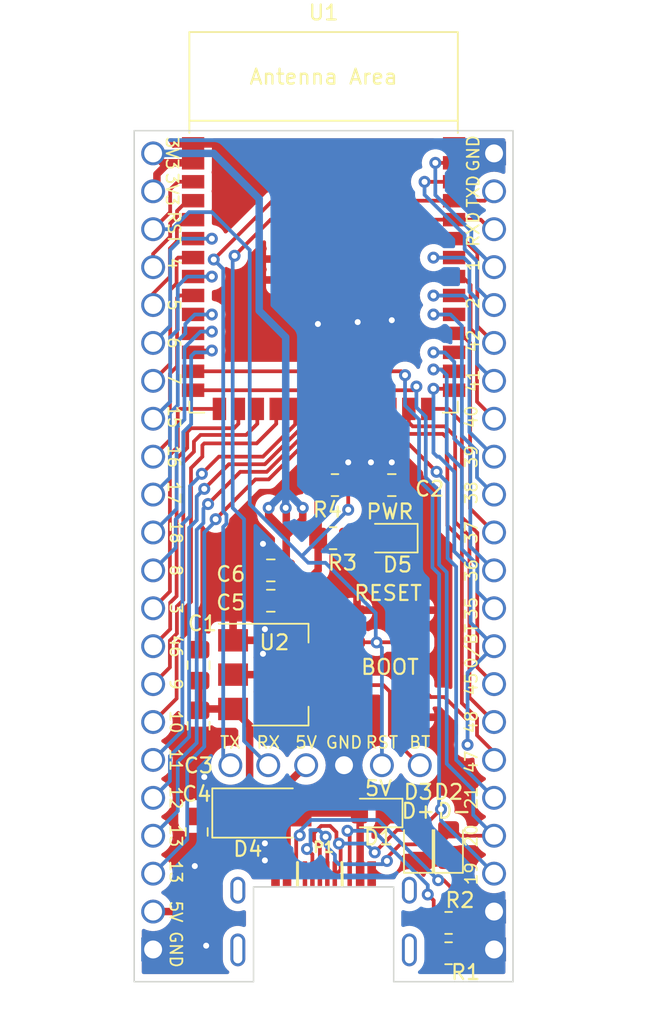
<source format=kicad_pcb>
(kicad_pcb (version 20211014) (generator pcbnew)
  (layers (0 "F.Cu" signal) (31 "B.Cu" signal) (34 "B.Paste" user) (35 "F.Paste" user) (36 "B.SilkS" user "B.Silkscreen") (37 "F.SilkS" user "F.Silkscreen") (38 "B.Mask" user) (39 "F.Mask" user) (44 "Edge.Cuts" user))
  (net 0 "")
  (net 1 "+5V")
  (net 2 "GND")
  (net 3 "GPIO0")
  (net 4 "+3V3")
  (net 5 "CHIP_PU")
  (net 6 "Net-(D1-Pad2)")
  (net 7 "GPIO20")
  (net 8 "GPIO19")
  (net 9 "Net-(D5-Pad2)")
  (net 10 "GPIO4")
  (net 11 "GPIO5")
  (net 12 "GPIO6")
  (net 13 "GPIO7")
  (net 14 "GPIO15")
  (net 15 "GPIO16")
  (net 16 "GPIO17")
  (net 17 "GPIO18")
  (net 18 "GPIO8")
  (net 19 "GPIO3")
  (net 20 "GPIO46")
  (net 21 "GPIO9")
  (net 22 "GPIO10")
  (net 23 "GPIO11")
  (net 24 "GPIO12")
  (net 25 "GPIO13")
  (net 26 "GPIO14")
  (net 27 "U0TXD")
  (net 28 "U0RXD")
  (net 29 "GPIO1")
  (net 30 "GPIO2")
  (net 31 "GPIO42")
  (net 32 "GPIO41")
  (net 33 "GPIO40")
  (net 34 "GPIO39")
  (net 35 "GPIO38")
  (net 36 "GPIO37")
  (net 37 "GPIO36")
  (net 38 "GPIO35")
  (net 39 "GPIO45")
  (net 40 "GPIO48")
  (net 41 "GPIO47")
  (net 42 "GPIO21")
  (net 43 "Net-(P1-Pad4)")
  (net 44 "Net-(P1-Pad10)")
  (footprint "esp32-dev-boards:SKRPABE010" (layer "F.Cu") (at 81.788 74.803 180)
    (fp_text reference "SW1")
    (fp_text value "BOOT")
  )
  (footprint "esp32-dev-boards:SKRPABE010" (layer "F.Cu") (at 81.788 69.782)
    (fp_text reference "SW2")
    (fp_text value "RESET")
  )
  (footprint "Capacitor_SMD:C_0805_2012Metric_Pad1.18x1.45mm_HandSolder" (layer "F.Cu") (at 82.042 60.325)
    (fp_text reference "C2")
    (fp_text value "100n")
  )
  (footprint "LED_SMD:LED_0805_2012Metric_Pad1.15x1.40mm_HandSolder" (layer "F.Cu") (at 83.82 84.446 90)
    (fp_text reference "D3")
    (fp_text value "D+")
  )
  (footprint "Espressif:ESP32-S3-WROOM-1" (layer "F.Cu") (at 77.47 45.72)
    (fp_text reference "U1")
    (fp_text value "ESP32-S3-WROOM-1")
  )
  (footprint "Package_TO_SOT_SMD:SOT-223-3_TabPin2" (layer "F.Cu") (at 74.549 73.025)
    (fp_text reference "U2")
    (fp_text value "AMS1117-3.3")
  )
  (footprint "Resistor_SMD:R_0805_2012Metric_Pad1.20x1.40mm_HandSolder" (layer "F.Cu") (at 78.232 60.325 180)
    (fp_text reference "R4")
    (fp_text value "10k")
  )
  (footprint "LED_SMD:LED_0805_2012Metric_Pad1.15x1.40mm_HandSolder" (layer "F.Cu") (at 81.915 63.881 180)
    (fp_text reference "D5")
    (fp_text value "PWR")
  )
  (footprint "LED_SMD:LED_0805_2012Metric_Pad1.15x1.40mm_HandSolder" (layer "F.Cu") (at 85.852 84.446 90)
    (fp_text reference "D2")
    (fp_text value "D-")
  )
  (footprint "esp32-dev-boards:ESP32-S3-DEVKITC-J2" (layer "F.Cu") (at 87.63 36.83)
    (fp_text reference "J2")
    (fp_text value "ESP32-S3-DEVKITC-1-J2")
  )
  (footprint "esp32-dev-boards:ESP32-S3-DEVKITC-J1" (layer "F.Cu") (at 64.77 36.83)
    (fp_text reference "J1")
    (fp_text value "ESP32-S3-DEVKITC-1-J1")
  )
  (footprint "Capacitor_SMD:C_0805_2012Metric_Pad1.18x1.45mm_HandSolder" (layer "F.Cu") (at 73.93 68.072 180)
    (fp_text reference "C5")
    (fp_text value "10u")
  )
  (footprint "Diode_SMD:D_SMA" (layer "F.Cu") (at 73.406 82.296)
    (fp_text reference "D4")
    (fp_text value "D")
  )
  (footprint "esp32-dev-boards:USB-C-12-Pin-MidMount" (layer "F.Cu") (at 77.47 86.36)
    (fp_text reference "P1")
    (fp_text value "USB2.0_C_12pin")
  )
  (footprint "LED_SMD:LED_0805_2012Metric_Pad1.15x1.40mm_HandSolder" (layer "F.Cu") (at 80.899 82.296 180)
    (fp_text reference "D1")
    (fp_text value "5V")
  )
  (footprint "Capacitor_SMD:C_0805_2012Metric_Pad1.18x1.45mm_HandSolder" (layer "F.Cu") (at 68.961 83.566 -90)
    (fp_text reference "C4")
    (fp_text value "100n")
  )
  (footprint "Capacitor_SMD:C_0805_2012Metric_Pad1.18x1.45mm_HandSolder" (layer "F.Cu") (at 69.088 76.454 -90)
    (fp_text reference "C3")
    (fp_text value "10u")
  )
  (footprint "Capacitor_SMD:C_0805_2012Metric_Pad1.18x1.45mm_HandSolder" (layer "F.Cu") (at 69.088 72.39 90)
    (fp_text reference "C1")
    (fp_text value "10u")
  )
  (footprint "Resistor_SMD:R_0805_2012Metric_Pad1.20x1.40mm_HandSolder" (layer "F.Cu") (at 85.852 91.694)
    (fp_text reference "R2")
    (fp_text value "5.1k")
  )
  (footprint "Resistor_SMD:R_0805_2012Metric_Pad1.20x1.40mm_HandSolder" (layer "F.Cu") (at 85.852 89.662)
    (fp_text reference "R1")
    (fp_text value "5.1k")
  )
  (footprint "Capacitor_SMD:C_0805_2012Metric_Pad1.18x1.45mm_HandSolder" (layer "F.Cu") (at 73.93 66.04 180)
    (fp_text reference "C6")
    (fp_text value "100n")
  )
  (footprint "Resistor_SMD:R_0805_2012Metric_Pad1.20x1.40mm_HandSolder" (layer "F.Cu") (at 78.105 63.881 180)
    (fp_text reference "R3")
    (fp_text value "5.1k")
  )
  (footprint "esp32-dev-boards:UART" (layer "F.Cu") (at 69.95 77.824)
    (fp_text reference "J3")
    (fp_text value "UART")
  )
  (gr_line (start 72.771 93.599) (end 64.77 93.599) (layer "Edge.Cuts") (width 0.1))
  (gr_line (start 82.169 93.599) (end 82.169 87.249) (layer "Edge.Cuts") (width 0.1))
  (gr_line (start 64.77 93.599) (end 64.77 36.576) (layer "Edge.Cuts") (width 0.1))
  (gr_line (start 82.169 87.249) (end 72.771 87.249) (layer "Edge.Cuts") (width 0.1))
  (gr_line (start 90.17 36.576) (end 90.17 93.599) (layer "Edge.Cuts") (width 0.1))
  (gr_line (start 64.77 36.576) (end 90.17 36.576) (layer "Edge.Cuts") (width 0.1))
  (gr_line (start 90.17 93.599) (end 82.169 93.599) (layer "Edge.Cuts") (width 0.1))
  (gr_line (start 72.771 87.249) (end 72.771 93.599) (layer "Edge.Cuts") (width 0.1))
  (gr_text "16" (at 67.437 58.42 270) (layer "F.SilkS") (effects (font (size 0.8 0.8) (thickness 0.12))))
  (gr_text "3V3" (at 67.31 40.513 270) (layer "F.SilkS") (effects (font (size 0.8 0.8) (thickness 0.12))))
  (gr_text "40" (at 87.376 55.753 90) (layer "F.SilkS") (effects (font (size 0.8 0.8) (thickness 0.12))))
  (gr_text "17" (at 67.437 60.833 270) (layer "F.SilkS") (effects (font (size 0.8 0.8) (thickness 0.12))))
  (gr_text "11" (at 67.564 78.74 270) (layer "F.SilkS") (effects (font (size 0.8 0.8) (thickness 0.12))))
  (gr_text "15" (at 67.437 55.753 270) (layer "F.SilkS") (effects (font (size 0.8 0.8) (thickness 0.12))))
  (gr_text "21" (at 87.376 81.28 90) (layer "F.SilkS") (effects (font (size 0.8 0.8) (thickness 0.12))))
  (gr_text "19" (at 87.376 86.36 90) (layer "F.SilkS") (effects (font (size 0.8 0.8) (thickness 0.12))))
  (gr_text "6" (at 67.437 50.8 270) (layer "F.SilkS") (effects (font (size 0.8 0.8) (thickness 0.12))))
  (gr_text "13" (at 67.564 83.82 270) (layer "F.SilkS") (effects (font (size 0.8 0.8) (thickness 0.12))))
  (gr_text "5V" (at 67.564 88.9 270) (layer "F.SilkS") (effects (font (size 0.8 0.8) (thickness 0.12))))
  (gr_text "8" (at 67.564 66.04 270) (layer "F.SilkS") (effects (font (size 0.8 0.8) (thickness 0.12))))
  (gr_text "4" (at 67.437 45.466 270) (layer "F.SilkS") (effects (font (size 0.8 0.8) (thickness 0.12))))
  (gr_text "RXD" (at 87.503 43.18 90) (layer "F.SilkS") (effects (font (size 0.8 0.8) (thickness 0.12))))
  (gr_text "GND" (at 67.564 91.44 270) (layer "F.SilkS") (effects (font (size 0.8 0.8) (thickness 0.12))))
  (gr_text "TXD" (at 87.503 40.64 90) (layer "F.SilkS") (effects (font (size 0.8 0.8) (thickness 0.12))))
  (gr_text "41" (at 87.503 53.34 90) (layer "F.SilkS") (effects (font (size 0.8 0.8) (thickness 0.12))))
  (gr_text "0/BT" (at 87.376 71.12 90) (layer "F.SilkS") (effects (font (size 0.8 0.8) (thickness 0.12))))
  (gr_text "37" (at 87.376 63.5 90) (layer "F.SilkS") (effects (font (size 0.8 0.8) (thickness 0.12))))
  (gr_text "2" (at 87.503 48.133 90) (layer "F.SilkS") (effects (font (size 0.8 0.8) (thickness 0.12))))
  (gr_text "3" (at 67.564 68.58 270) (layer "F.SilkS") (effects (font (size 0.8 0.8) (thickness 0.12))))
  (gr_text "1" (at 87.503 45.593 90) (layer "F.SilkS") (effects (font (size 0.8 0.8) (thickness 0.12))))
  (gr_text "12" (at 67.564 81.28 270) (layer "F.SilkS") (effects (font (size 0.8 0.8) (thickness 0.12))))
  (gr_text "9" (at 67.564 73.66 270) (layer "F.SilkS") (effects (font (size 0.8 0.8) (thickness 0.12))))
  (gr_text "5" (at 67.437 48.26 270) (layer "F.SilkS") (effects (font (size 0.8 0.8) (thickness 0.12))))
  (gr_text "18" (at 67.564 63.5 270) (layer "F.SilkS") (effects (font (size 0.8 0.8) (thickness 0.12))))
  (gr_text "35" (at 87.376 68.58 90) (layer "F.SilkS") (effects (font (size 0.8 0.8) (thickness 0.12))))
  (gr_text "10" (at 67.564 76.2 270) (layer "F.SilkS") (effects (font (size 0.8 0.8) (thickness 0.12))))
  (gr_text "36" (at 87.376 66.04 90) (layer "F.SilkS") (effects (font (size 0.8 0.8) (thickness 0.12))))
  (gr_text "RST" (at 67.437 43.053 270) (layer "F.SilkS") (effects (font (size 0.8 0.8) (thickness 0.12))))
  (gr_text "7" (at 67.437 53.213 270) (layer "F.SilkS") (effects (font (size 0.8 0.8) (thickness 0.12))))
  (gr_text "48" (at 87.376 76.2 90) (layer "F.SilkS") (effects (font (size 0.8 0.8) (thickness 0.12))))
  (gr_text "46" (at 67.564 71.12 270) (layer "F.SilkS") (effects (font (size 0.8 0.8) (thickness 0.12))))
  (gr_text "38" (at 87.376 60.833 90) (layer "F.SilkS") (effects (font (size 0.8 0.8) (thickness 0.12))))
  (gr_text "20" (at 87.376 83.82 90) (layer "F.SilkS") (effects (font (size 0.8 0.8) (thickness 0.12))))
  (gr_text "45" (at 87.376 73.66 90) (layer "F.SilkS") (effects (font (size 0.8 0.8) (thickness 0.12))))
  (gr_text "GND" (at 87.503 38.1 90) (layer "F.SilkS") (effects (font (size 0.8 0.8) (thickness 0.12))))
  (gr_text "13" (at 67.564 86.233 270) (layer "F.SilkS") (effects (font (size 0.8 0.8) (thickness 0.12))))
  (gr_text "3V3" (at 67.31 38.1 270) (layer "F.SilkS") (effects (font (size 0.8 0.8) (thickness 0.12))))
  (gr_text "39" (at 87.376 58.42 90) (layer "F.SilkS") (effects (font (size 0.8 0.8) (thickness 0.12))))
  (gr_text "42" (at 87.503 50.673 90) (layer "F.SilkS") (effects (font (size 0.8 0.8) (thickness 0.12))))
  (gr_text "47" (at 87.376 78.867 90) (layer "F.SilkS") (effects (font (size 0.8 0.8) (thickness 0.12))))
  (segment (start 71.399 75.325) (end 69.1795 75.325) (width 0.5) (layer "F.Cu") (net 1))
  (segment (start 71.406 82.296) (end 72.755511 80.946489) (width 0.5) (layer "F.Cu") (net 1))
  (segment (start 67.564 88.9) (end 71.406 85.058) (width 0.5) (layer "F.Cu") (net 1))
  (segment (start 69.1935 82.296) (end 68.961 82.5285) (width 0.5) (layer "F.Cu") (net 1))
  (segment (start 71.406 82.296) (end 69.1935 82.296) (width 0.5) (layer "F.Cu") (net 1))
  (segment (start 72.510489 81.191511) (end 72.510489 76.436489) (width 0.5) (layer "F.Cu") (net 1))
  (segment (start 66.04 88.9) (end 67.564 88.9) (width 0.5) (layer "F.Cu") (net 1))
  (segment (start 69.1795 75.325) (end 69.088 75.4165) (width 0.5) (layer "F.Cu") (net 1))
  (segment (start 71.406 85.058) (end 71.406 82.296) (width 0.5) (layer "F.Cu") (net 1))
  (segment (start 69.088 75.4165) (end 69.088 73.4275) (width 0.5) (layer "F.Cu") (net 1))
  (segment (start 71.406 82.296) (end 72.510489 81.191511) (width 0.5) (layer "F.Cu") (net 1))
  (segment (start 72.755511 80.946489) (end 74.447511 80.946489) (width 0.5) (layer "F.Cu") (net 1))
  (segment (start 72.510489 76.436489) (end 71.399 75.325) (width 0.5) (layer "F.Cu") (net 1))
  (segment (start 74.447511 80.946489) (end 76.3 79.094) (width 0.5) (layer "F.Cu") (net 1))
  (segment (start 86.233 86.36) (end 88.773 88.9) (width 0.25) (layer "F.Cu") (net 2))
  (segment (start 88.773 88.9) (end 88.9 88.9) (width 0.25) (layer "F.Cu") (net 2))
  (segment (start 86.233 85.48) (end 86.233 86.36) (width 0.25) (layer "F.Cu") (net 2))
  (via (at 79.121 58.801) (size 0.8) (drill 0.4) (layers "F.Cu" "B.Cu") (net 2))
  (via (at 73.406 64.262) (size 0.8) (drill 0.4) (layers "F.Cu" "B.Cu") (net 2))
  (via (at 77.089 49.53) (size 0.8) (drill 0.4) (layers "F.Cu" "B.Cu") (net 2))
  (via (at 73.533 84.328) (size 0.8) (drill 0.4) (layers "F.Cu" "B.Cu") (net 2))
  (via (at 79.756 49.403) (size 0.8) (drill 0.4) (layers "F.Cu" "B.Cu") (net 2))
  (via (at 73.533 85.471) (size 0.8) (drill 0.4) (layers "F.Cu" "B.Cu") (net 2))
  (via (at 80.645 58.801) (size 0.8) (drill 0.4) (layers "F.Cu" "B.Cu") (net 2))
  (via (at 69.469 79.883) (size 0.8) (drill 0.4) (layers "F.Cu" "B.Cu") (net 2))
  (via (at 68.834 85.852) (size 0.8) (drill 0.4) (layers "F.Cu" "B.Cu") (net 2))
  (via (at 82.042 49.276) (size 0.8) (drill 0.4) (layers "F.Cu" "B.Cu") (net 2))
  (via (at 82.042 58.801) (size 0.8) (drill 0.4) (layers "F.Cu" "B.Cu") (net 2))
  (via (at 73.533 69.977) (size 0.8) (drill 0.4) (layers "F.Cu" "B.Cu") (net 2))
  (via (at 73.406 71.628) (size 0.8) (drill 0.4) (layers "F.Cu" "B.Cu") (net 2))
  (via (at 69.596 91.186) (size 0.8) (drill 0.4) (layers "F.Cu" "B.Cu") (net 2))
  (segment (start 81.915 77.089) (end 81.915 74.168) (width 0.25) (layer "F.Cu") (net 3))
  (segment (start 83.92 79.094) (end 81.915 77.089) (width 0.25) (layer "F.Cu") (net 3))
  (segment (start 83.677 74.168) (end 84.117 73.728) (width 0.25) (layer "F.Cu") (net 3))
  (segment (start 84.836 53.870498) (end 86.120498 53.870498) (width 0.25) (layer "F.Cu") (net 3))
  (segment (start 86.120498 53.870498) (end 86.22 53.97) (width 0.25) (layer "F.Cu") (net 3))
  (segment (start 81.915 74.168) (end 83.677 74.168) (width 0.25) (layer "F.Cu") (net 3))
  (segment (start 85.598 74.5275) (end 84.6625 74.5275) (width 0.25) (layer "F.Cu") (net 3))
  (segment (start 81.915 74.168) (end 81.475 73.728) (width 0.25) (layer "F.Cu") (net 3))
  (segment (start 84.6625 74.5275) (end 83.863 73.728) (width 0.25) (layer "F.Cu") (net 3))
  (segment (start 87.122 77.724) (end 87.122 76.073) (width 0.25) (layer "F.Cu") (net 3))
  (segment (start 87.122 76.073) (end 85.598 74.549) (width 0.25) (layer "F.Cu") (net 3))
  (segment (start 85.598 74.549) (end 85.598 74.5275) (width 0.25) (layer "F.Cu") (net 3))
  (segment (start 81.475 73.728) (end 79.967 73.728) (width 0.25) (layer "F.Cu") (net 3))
  (via (at 84.836 53.870498) (size 0.8) (drill 0.4) (layers "F.Cu" "B.Cu") (net 3))
  (via (at 87.122 77.724) (size 0.8) (drill 0.4) (layers "F.Cu" "B.Cu") (net 3))
  (segment (start 85.09 58.42) (end 84.836 58.166) (width 0.25) (layer "B.Cu") (net 3))
  (segment (start 88.9 71.12) (end 87.325969 69.545969) (width 0.25) (layer "B.Cu") (net 3))
  (segment (start 85.217 58.42) (end 85.09 58.42) (width 0.25) (layer "B.Cu") (net 3))
  (segment (start 86.233 64.77) (end 86.233 59.436) (width 0.25) (layer "B.Cu") (net 3))
  (segment (start 87.325969 69.545969) (end 87.325969 65.862969) (width 0.25) (layer "B.Cu") (net 3))
  (segment (start 86.233 64.77) (end 87.325969 65.862969) (width 0.25) (layer "B.Cu") (net 3))
  (segment (start 86.233 59.436) (end 85.217 58.42) (width 0.25) (layer "B.Cu") (net 3))
  (segment (start 84.836 58.166) (end 84.836 53.870498) (width 0.25) (layer "B.Cu") (net 3))
  (segment (start 87.122 72.898) (end 88.9 71.12) (width 0.25) (layer "B.Cu") (net 3))
  (segment (start 87.122 77.724) (end 87.122 72.898) (width 0.25) (layer "B.Cu") (net 3))
  (segment (start 66.294 39.497) (end 67.061 38.73) (width 0.5) (layer "F.Cu") (net 4))
  (segment (start 76.073 62.611) (end 76.073 61.849) (width 0.5) (layer "F.Cu") (net 4))
  (segment (start 74.946 70.247) (end 74.946 68.199) (width 0.5) (layer "F.Cu") (net 4))
  (segment (start 67.061 38.73) (end 68.72 38.73) (width 0.5) (layer "F.Cu") (net 4))
  (segment (start 68.72 38.73) (end 66.67 38.73) (width 0.5) (layer "F.Cu") (net 4))
  (segment (start 75.057 68.072) (end 77.105 66.024) (width 0.5) (layer "F.Cu") (net 4))
  (segment (start 66.67 38.73) (end 66.04 38.1) (width 0.5) (layer "F.Cu") (net 4))
  (segment (start 73.787 62.357) (end 73.787 61.849) (width 0.5) (layer "F.Cu") (net 4))
  (segment (start 74.9675 63.7165) (end 76.073 62.611) (width 0.5) (layer "F.Cu") (net 4))
  (segment (start 74.9675 65.1885) (end 74.9675 63.7165) (width 0.5) (layer "F.Cu") (net 4))
  (segment (start 77.105 60.452) (end 77.232 60.325) (width 0.5) (layer "F.Cu") (net 4))
  (segment (start 74.9675 61.8865) (end 74.93 61.849) (width 0.5) (layer "F.Cu") (net 4))
  (segment (start 74.9675 66.04) (end 74.9675 61.8865) (width 0.5) (layer "F.Cu") (net 4))
  (segment (start 74.9675 68.072) (end 74.9675 66.04) (width 0.5) (layer "F.Cu") (net 4))
  (segment (start 71.399 73.025) (end 77.699 73.025) (width 0.5) (layer "F.Cu") (net 4))
  (segment (start 77.699 73.025) (end 77.699 73) (width 0.5) (layer "F.Cu") (net 4))
  (segment (start 74.9675 68.072) (end 75.057 68.072) (width 0.5) (layer "F.Cu") (net 4))
  (segment (start 66.04 40.64) (end 66.294 40.386) (width 0.5) (layer "F.Cu") (net 4))
  (segment (start 77.105 66.024) (end 77.105 63.881) (width 0.5) (layer "F.Cu") (net 4))
  (segment (start 77.699 73) (end 74.946 70.247) (width 0.5) (layer "F.Cu") (net 4))
  (segment (start 77.105 63.881) (end 77.105 60.452) (width 0.5) (layer "F.Cu") (net 4))
  (segment (start 74.9675 66.04) (end 74.9675 65.1885) (width 0.5) (layer "F.Cu") (net 4))
  (segment (start 66.294 40.386) (end 66.294 39.497) (width 0.5) (layer "F.Cu") (net 4))
  (segment (start 74.9675 63.5375) (end 73.787 62.357) (width 0.5) (layer "F.Cu") (net 4))
  (segment (start 74.9675 65.1885) (end 74.9675 63.5375) (width 0.5) (layer "F.Cu") (net 4))
  (via (at 76.073 61.849) (size 0.8) (drill 0.4) (layers "F.Cu" "B.Cu") (net 4))
  (via (at 74.93 61.849) (size 0.8) (drill 0.4) (layers "F.Cu" "B.Cu") (net 4))
  (via (at 73.787 61.849) (size 0.8) (drill 0.4) (layers "F.Cu" "B.Cu") (net 4))
  (segment (start 74.93 60.706) (end 74.93 60.325) (width 0.5) (layer "B.Cu") (net 4))
  (segment (start 73.787 61.849) (end 74.93 60.706) (width 0.5) (layer "B.Cu") (net 4))
  (segment (start 74.93 60.325) (end 74.93 50.419) (width 0.5) (layer "B.Cu") (net 4))
  (segment (start 73.152 48.641) (end 73.152 41.148) (width 0.5) (layer "B.Cu") (net 4))
  (segment (start 76.073 61.849) (end 74.93 60.706) (width 0.5) (layer "B.Cu") (net 4))
  (segment (start 74.93 50.419) (end 73.152 48.641) (width 0.5) (layer "B.Cu") (net 4))
  (segment (start 70.104 38.1) (end 66.04 38.1) (width 0.5) (layer "B.Cu") (net 4))
  (segment (start 74.93 61.849) (end 74.93 60.325) (width 0.5) (layer "B.Cu") (net 4))
  (segment (start 73.152 41.148) (end 70.104 38.1) (width 0.5) (layer "B.Cu") (net 4))
  (segment (start 81.0045 60.325) (end 79.232 60.325) (width 0.25) (layer "F.Cu") (net 5))
  (segment (start 79.121 60.436) (end 79.232 60.325) (width 0.25) (layer "F.Cu") (net 5))
  (segment (start 79.121 61.976) (end 79.121 60.436) (width 0.25) (layer "F.Cu") (net 5))
  (segment (start 67.696 40) (end 68.72 40) (width 0.25) (layer "F.Cu") (net 5))
  (segment (start 67.183 42.037) (end 67.183 40.513) (width 0.25) (layer "F.Cu") (net 5))
  (segment (start 67.183 40.513) (end 67.696 40) (width 0.25) (layer "F.Cu") (net 5))
  (segment (start 66.04 43.18) (end 67.183 42.037) (width 0.25) (layer "F.Cu") (net 5))
  (segment (start 79.713 70.857) (end 83.863 70.857) (width 0.25) (layer "F.Cu") (net 5))
  (via (at 79.121 61.976) (size 0.8) (drill 0.4) (layers "F.Cu" "B.Cu") (net 5))
  (via (at 81.026 70.866) (size 0.8) (drill 0.4) (layers "F.Cu" "B.Cu") (net 5))
  (segment (start 80.967 70.807) (end 80.967 68.902) (width 0.25) (layer "B.Cu") (net 5))
  (segment (start 81.38 71.22) (end 81.38 79.094) (width 0.25) (layer "B.Cu") (net 5))
  (segment (start 69.977 42.037) (end 68.453 42.037) (width 0.25) (layer "B.Cu") (net 5))
  (segment (start 68.453 42.037) (end 67.31 43.18) (width 0.25) (layer "B.Cu") (net 5))
  (segment (start 72.517 44.577) (end 69.977 42.037) (width 0.25) (layer "B.Cu") (net 5))
  (segment (start 81.026 70.866) (end 80.967 70.807) (width 0.25) (layer "B.Cu") (net 5))
  (segment (start 79.121 61.976) (end 76.005193 65.091807) (width 0.25) (layer "B.Cu") (net 5))
  (segment (start 81.026 70.866) (end 81.38 71.22) (width 0.25) (layer "B.Cu") (net 5))
  (segment (start 80.967 68.902) (end 77.597 65.532) (width 0.25) (layer "B.Cu") (net 5))
  (segment (start 77.597 65.532) (end 76.445386 65.532) (width 0.25) (layer "B.Cu") (net 5))
  (segment (start 67.31 43.18) (end 66.04 43.18) (width 0.25) (layer "B.Cu") (net 5))
  (segment (start 72.517 61.603614) (end 72.517 44.577) (width 0.25) (layer "B.Cu") (net 5))
  (segment (start 76.445386 65.532) (end 76.005193 65.091807) (width 0.25) (layer "B.Cu") (net 5))
  (segment (start 76.005193 65.091807) (end 72.517 61.603614) (width 0.25) (layer "B.Cu") (net 5))
  (segment (start 79.874 82.296) (end 75.406 82.296) (width 0.5) (layer "F.Cu") (net 6))
  (segment (start 79.92 82.342) (end 79.874 82.296) (width 0.5) (layer "F.Cu") (net 6))
  (segment (start 75.02 82.682) (end 75.406 82.296) (width 0.5) (layer "F.Cu") (net 6))
  (segment (start 79.92 86.36) (end 79.92 82.342) (width 0.5) (layer "F.Cu") (net 6))
  (segment (start 75.02 86.36) (end 75.02 82.682) (width 0.5) (layer "F.Cu") (net 6))
  (segment (start 81.716763 85.510188) (end 81.716763 85.288237) (width 0.25) (layer "F.Cu") (net 7))
  (segment (start 76.72 86.36) (end 76.72 85.072489) (width 0.25) (layer "F.Cu") (net 7))
  (segment (start 85.26648 84.39652) (end 86.233 83.43) (width 0.25) (layer "F.Cu") (net 7))
  (segment (start 86.623 83.82) (end 86.233 83.43) (width 0.25) (layer "F.Cu") (net 7))
  (segment (start 77.72 83.999639) (end 77.72 86.36) (width 0.25) (layer "F.Cu") (net 7))
  (segment (start 82.60848 84.39652) (end 85.26648 84.39652) (width 0.25) (layer "F.Cu") (net 7))
  (segment (start 88.9 83.82) (end 86.623 83.82) (width 0.25) (layer "F.Cu") (net 7))
  (segment (start 83.444 53.97) (end 68.72 53.97) (width 0.25) (layer "F.Cu") (net 7))
  (segment (start 83.693 53.721) (end 83.444 53.97) (width 0.25) (layer "F.Cu") (net 7))
  (segment (start 76.72 85.072489) (end 76.356511 84.709) (width 0.25) (layer "F.Cu") (net 7))
  (segment (start 81.716763 85.288237) (end 82.60848 84.39652) (width 0.25) (layer "F.Cu") (net 7))
  (segment (start 77.607097 83.886736) (end 77.72 83.999639) (width 0.25) (layer "F.Cu") (net 7))
  (via (at 77.607097 83.886736) (size 0.8) (drill 0.4) (layers "F.Cu" "B.Cu") (net 7))
  (via (at 83.693 53.721) (size 0.8) (drill 0.4) (layers "F.Cu" "B.Cu") (net 7))
  (via (at 81.716763 85.510188) (size 0.8) (drill 0.4) (layers "F.Cu" "B.Cu") (net 7))
  (via (at 76.356511 84.709) (size 0.8) (drill 0.4) (layers "F.Cu" "B.Cu") (net 7))
  (segment (start 77.607097 84.480927) (end 78.232 85.10583) (width 0.25) (layer "B.Cu") (net 7))
  (segment (start 83.693 55.118) (end 84.320509 55.745509) (width 0.25) (layer "B.Cu") (net 7))
  (segment (start 85.217 60.706) (end 85.217 65.659) (width 0.25) (layer "B.Cu") (net 7))
  (segment (start 78.232 85.10583) (end 78.232 85.471) (width 0.25) (layer "B.Cu") (net 7))
  (segment (start 76.581359 83.439359) (end 76.594011 83.452011) (width 0.25) (layer "B.Cu") (net 7))
  (segment (start 81.621812 85.510188) (end 81.716763 85.510188) (width 0.25) (layer "B.Cu") (net 7))
  (segment (start 78.486 85.725) (end 81.407 85.725) (width 0.25) (layer "B.Cu") (net 7))
  (segment (start 77.607097 83.886736) (end 77.15972 83.439359) (width 0.25) (layer "B.Cu") (net 7))
  (segment (start 84.320509 55.745509) (end 84.320509 59.809509) (width 0.25) (layer "B.Cu") (net 7))
  (segment (start 78.232 85.471) (end 78.486 85.725) (width 0.25) (layer "B.Cu") (net 7))
  (segment (start 83.693 53.721) (end 83.693 55.118) (width 0.25) (layer "B.Cu") (net 7))
  (segment (start 85.217 65.659) (end 85.725 66.167) (width 0.25) (layer "B.Cu") (net 7))
  (segment (start 76.594011 84.4715) (end 76.356511 84.709) (width 0.25) (layer "B.Cu") (net 7))
  (segment (start 81.407 85.725) (end 81.621812 85.510188) (width 0.25) (layer "B.Cu") (net 7))
  (segment (start 87.503 80.772) (end 87.503 82.423) (width 0.25) (layer "B.Cu") (net 7))
  (segment (start 77.15972 83.439359) (end 76.581359 83.439359) (width 0.25) (layer "B.Cu") (net 7))
  (segment (start 84.320509 59.809509) (end 85.217 60.706) (width 0.25) (layer "B.Cu") (net 7))
  (segment (start 77.607097 83.886736) (end 77.607097 84.480927) (width 0.25) (layer "B.Cu") (net 7))
  (segment (start 85.725 66.167) (end 85.725 78.994) (width 0.25) (layer "B.Cu") (net 7))
  (segment (start 87.503 82.423) (end 88.9 83.82) (width 0.25) (layer "B.Cu") (net 7))
  (segment (start 85.725 78.994) (end 87.503 80.772) (width 0.25) (layer "B.Cu") (net 7))
  (segment (start 76.594011 83.452011) (end 76.594011 84.4715) (width 0.25) (layer "B.Cu") (net 7))
  (segment (start 78.331608 83.586633) (end 78.331608 84.180824) (width 0.25) (layer "F.Cu") (net 8))
  (segment (start 78.359 86.36) (end 78.613 86.106) (width 0.25) (layer "F.Cu") (net 8))
  (segment (start 82.404498 83.43) (end 84.074 83.43) (width 0.25) (layer "F.Cu") (net 8))
  (segment (start 77.306994 83.162225) (end 77.9072 83.162225) (width 0.25) (layer "F.Cu") (net 8))
  (segment (start 85.344 82.042) (end 84.074 83.312) (width 0.25) (layer "F.Cu") (net 8))
  (segment (start 78.22 86.36) (end 78.359 86.36) (width 0.25) (layer "F.Cu") (net 8))
  (segment (start 82.672 52.7) (end 68.72 52.7) (width 0.25) (layer "F.Cu") (net 8))
  (segment (start 78.613 84.462216) (end 78.4955 84.344716) (width 0.25) (layer "F.Cu") (net 8))
  (segment (start 76.835 83.634219) (end 77.306994 83.162225) (width 0.25) (layer "F.Cu") (net 8))
  (segment (start 77.22 86.36) (end 77.22 84.524253) (width 0.25) (layer "F.Cu") (net 8))
  (segment (start 76.835 84.139253) (end 76.835 83.634219) (width 0.25) (layer "F.Cu") (net 8))
  (segment (start 84.074 83.312) (end 84.074 83.43) (width 0.25) (layer "F.Cu") (net 8))
  (segment (start 80.899 84.935498) (end 82.404498 83.43) (width 0.25) (layer "F.Cu") (net 8))
  (segment (start 77.9072 83.162225) (end 78.331608 83.586633) (width 0.25) (layer "F.Cu") (net 8))
  (segment (start 82.931 52.959) (end 82.672 52.7) (width 0.25) (layer "F.Cu") (net 8))
  (segment (start 78.331608 84.180824) (end 78.4955 84.344716) (width 0.25) (layer "F.Cu") (net 8))
  (segment (start 77.22 84.524253) (end 76.835 84.139253) (width 0.25) (layer "F.Cu") (net 8))
  (segment (start 78.613 86.106) (end 78.613 84.462216) (width 0.25) (layer "F.Cu") (net 8))
  (via (at 82.931 52.959) (size 0.8) (drill 0.4) (layers "F.Cu" "B.Cu") (net 8))
  (via (at 80.899 84.935498) (size 0.8) (drill 0.4) (layers "F.Cu" "B.Cu") (net 8))
  (via (at 78.4955 84.344716) (size 0.8) (drill 0.4) (layers "F.Cu" "B.Cu") (net 8))
  (via (at 85.344 82.042) (size 0.8) (drill 0.4) (layers "F.Cu" "B.Cu") (net 8))
  (segment (start 85.217 81.915) (end 85.217 66.294718) (width 0.25) (layer "B.Cu") (net 8))
  (segment (start 85.344 82.042) (end 85.217 81.915) (width 0.25) (layer "B.Cu") (net 8))
  (segment (start 80.308218 84.344716) (end 80.899 84.935498) (width 0.25) (layer "B.Cu") (net 8))
  (segment (start 84.76748 65.845197) (end 84.76748 60.892198) (width 0.25) (layer "B.Cu") (net 8))
  (segment (start 84.76748 60.892198) (end 83.870989 59.995706) (width 0.25) (layer "B.Cu") (net 8))
  (segment (start 85.344 82.042) (end 85.344 82.804) (width 0.25) (layer "B.Cu") (net 8))
  (segment (start 82.931 54.991718) (end 82.931 52.959) (width 0.25) (layer "B.Cu") (net 8))
  (segment (start 85.344 82.804) (end 88.9 86.36) (width 0.25) (layer "B.Cu") (net 8))
  (segment (start 78.4955 84.344716) (end 80.308218 84.344716) (width 0.25) (layer "B.Cu") (net 8))
  (segment (start 85.217 66.294718) (end 84.76748 65.845197) (width 0.25) (layer "B.Cu") (net 8))
  (segment (start 83.870989 55.931707) (end 82.931 54.991718) (width 0.25) (layer "B.Cu") (net 8))
  (segment (start 83.870989 59.995706) (end 83.870989 55.931707) (width 0.25) (layer "B.Cu") (net 8))
  (segment (start 79.105 63.881) (end 80.89 63.881) (width 0.25) (layer "F.Cu") (net 9))
  (segment (start 67.183 42.799) (end 67.183 43.688) (width 0.25) (layer "F.Cu") (net 10))
  (segment (start 67.645489 41.955511) (end 67.645489 42.336511) (width 0.25) (layer "F.Cu") (net 10))
  (segment (start 67.645489 41.955511) (end 68.331 41.27) (width 0.25) (layer "F.Cu") (net 10))
  (segment (start 66.04 44.831) (end 66.04 45.72) (width 0.25) (layer "F.Cu") (net 10))
  (segment (start 67.645489 42.336511) (end 67.183 42.799) (width 0.25) (layer "F.Cu") (net 10))
  (segment (start 68.331 41.27) (end 68.72 41.27) (width 0.25) (layer "F.Cu") (net 10))
  (segment (start 67.183 43.688) (end 66.04 44.831) (width 0.25) (layer "F.Cu") (net 10))
  (segment (start 67.63252 43.11148) (end 68.204 42.54) (width 0.25) (layer "F.Cu") (net 11))
  (segment (start 67.164511 46.373489) (end 67.164511 44.468489) (width 0.25) (layer "F.Cu") (net 11))
  (segment (start 67.164511 44.468489) (end 67.63252 44.00048) (width 0.25) (layer "F.Cu") (net 11))
  (segment (start 68.204 42.54) (end 68.72 42.54) (width 0.25) (layer "F.Cu") (net 11))
  (segment (start 67.63252 44.00048) (end 67.63252 43.11148) (width 0.25) (layer "F.Cu") (net 11))
  (segment (start 66.04 47.498) (end 67.164511 46.373489) (width 0.25) (layer "F.Cu") (net 11))
  (segment (start 66.04 48.26) (end 66.04 47.498) (width 0.25) (layer "F.Cu") (net 11))
  (segment (start 69.977 43.815) (end 68.725 43.815) (width 0.25) (layer "F.Cu") (net 12))
  (segment (start 68.725 43.815) (end 68.72 43.81) (width 0.25) (layer "F.Cu") (net 12))
  (via (at 69.977 43.815) (size 0.8) (drill 0.4) (layers "F.Cu" "B.Cu") (net 12))
  (segment (start 67.183 49.657) (end 67.183 44.577) (width 0.25) (layer "B.Cu") (net 12))
  (segment (start 67.945 43.815) (end 69.977 43.815) (width 0.25) (layer "B.Cu") (net 12))
  (segment (start 67.183 44.577) (end 67.945 43.815) (width 0.25) (layer "B.Cu") (net 12))
  (segment (start 66.04 50.8) (end 67.183 49.657) (width 0.25) (layer "B.Cu") (net 12))
  (segment (start 67.614031 45.185969) (end 67.614031 46.812969) (width 0.25) (layer "F.Cu") (net 13))
  (segment (start 68.72 45.08) (end 67.72 45.08) (width 0.25) (layer "F.Cu") (net 13))
  (segment (start 67.183 52.197) (end 66.04 53.34) (width 0.25) (layer "F.Cu") (net 13))
  (segment (start 67.72 45.08) (end 67.614031 45.185969) (width 0.25) (layer "F.Cu") (net 13))
  (segment (start 67.614031 46.812969) (end 67.183 47.244) (width 0.25) (layer "F.Cu") (net 13))
  (segment (start 67.183 47.244) (end 67.183 52.197) (width 0.25) (layer "F.Cu") (net 13))
  (segment (start 69.977 46.355) (end 68.725 46.355) (width 0.25) (layer "F.Cu") (net 14))
  (segment (start 68.725 46.355) (end 68.72 46.35) (width 0.25) (layer "F.Cu") (net 14))
  (via (at 69.977 46.355) (size 0.8) (drill 0.4) (layers "F.Cu" "B.Cu") (net 14))
  (segment (start 67.183 50.419) (end 67.691 49.911) (width 0.25) (layer "B.Cu") (net 14))
  (segment (start 68.326 46.355) (end 69.977 46.355) (width 0.25) (layer "B.Cu") (net 14))
  (segment (start 67.183 54.737) (end 67.183 50.419) (width 0.25) (layer "B.Cu") (net 14))
  (segment (start 67.691 49.911) (end 67.691 46.99) (width 0.25) (layer "B.Cu") (net 14))
  (segment (start 67.691 46.99) (end 68.326 46.355) (width 0.25) (layer "B.Cu") (net 14))
  (segment (start 66.04 55.88) (end 67.183 54.737) (width 0.25) (layer "B.Cu") (net 14))
  (segment (start 67.645489 47.787511) (end 67.813 47.62) (width 0.25) (layer "F.Cu") (net 15))
  (segment (start 66.04 58.42) (end 67.164511 57.295489) (width 0.25) (layer "F.Cu") (net 15))
  (segment (start 67.164511 52.851207) (end 67.645489 52.370229) (width 0.25) (layer "F.Cu") (net 15))
  (segment (start 67.164511 57.295489) (end 67.164511 52.851207) (width 0.25) (layer "F.Cu") (net 15))
  (segment (start 67.645489 52.370229) (end 67.645489 47.787511) (width 0.25) (layer "F.Cu") (net 15))
  (segment (start 67.813 47.62) (end 68.72 47.62) (width 0.25) (layer "F.Cu") (net 15))
  (segment (start 68.725 48.895) (end 68.72 48.89) (width 0.25) (layer "F.Cu") (net 16))
  (segment (start 69.977 48.895) (end 68.725 48.895) (width 0.25) (layer "F.Cu") (net 16))
  (via (at 69.977 48.895) (size 0.8) (drill 0.4) (layers "F.Cu" "B.Cu") (net 16))
  (segment (start 67.164511 55.499) (end 67.691 54.972511) (width 0.25) (layer "B.Cu") (net 16))
  (segment (start 67.691 54.972511) (end 67.691 50.673) (width 0.25) (layer "B.Cu") (net 16))
  (segment (start 68.834 48.895) (end 69.977 48.895) (width 0.25) (layer "B.Cu") (net 16))
  (segment (start 68.199 49.53) (end 68.834 48.895) (width 0.25) (layer "B.Cu") (net 16))
  (segment (start 68.199 50.165) (end 68.199 49.53) (width 0.25) (layer "B.Cu") (net 16))
  (segment (start 67.164511 59.835489) (end 67.164511 55.499) (width 0.25) (layer "B.Cu") (net 16))
  (segment (start 66.04 60.96) (end 67.164511 59.835489) (width 0.25) (layer "B.Cu") (net 16))
  (segment (start 67.691 50.673) (end 68.199 50.165) (width 0.25) (layer "B.Cu") (net 16))
  (segment (start 68.842 50.038) (end 68.72 50.16) (width 0.25) (layer "F.Cu") (net 17))
  (segment (start 69.977 50.038) (end 68.842 50.038) (width 0.25) (layer "F.Cu") (net 17))
  (via (at 69.977 50.038) (size 0.8) (drill 0.4) (layers "F.Cu" "B.Cu") (net 17))
  (segment (start 68.14052 55.929157) (end 68.14052 51.11248) (width 0.25) (layer "B.Cu") (net 17))
  (segment (start 67.614031 61.925969) (end 67.614031 56.455646) (width 0.25) (layer "B.Cu") (net 17))
  (segment (start 67.614031 56.455646) (end 68.14052 55.929157) (width 0.25) (layer "B.Cu") (net 17))
  (segment (start 66.04 63.5) (end 67.614031 61.925969) (width 0.25) (layer "B.Cu") (net 17))
  (segment (start 69.215 50.038) (end 69.977 50.038) (width 0.25) (layer "B.Cu") (net 17))
  (segment (start 68.14052 51.11248) (end 69.215 50.038) (width 0.25) (layer "B.Cu") (net 17))
  (segment (start 68.842 51.308) (end 68.72 51.43) (width 0.25) (layer "F.Cu") (net 18))
  (segment (start 69.977 51.308) (end 68.842 51.308) (width 0.25) (layer "F.Cu") (net 18))
  (via (at 69.977 51.308) (size 0.8) (drill 0.4) (layers "F.Cu" "B.Cu") (net 18))
  (segment (start 67.55396 62.621758) (end 68.063551 62.112166) (width 0.25) (layer "B.Cu") (net 18))
  (segment (start 68.59004 56.242511) (end 68.063551 56.769) (width 0.25) (layer "B.Cu") (net 18))
  (segment (start 67.55396 64.52604) (end 66.04 66.04) (width 0.25) (layer "B.Cu") (net 18))
  (segment (start 68.834 51.435) (end 68.59004 51.67896) (width 0.25) (layer "B.Cu") (net 18))
  (segment (start 68.063551 56.769) (end 68.063551 62.112166) (width 0.25) (layer "B.Cu") (net 18))
  (segment (start 67.55396 62.621758) (end 67.55396 64.52604) (width 0.25) (layer "B.Cu") (net 18))
  (segment (start 69.85 51.435) (end 68.834 51.435) (width 0.25) (layer "B.Cu") (net 18))
  (segment (start 68.59004 51.67896) (end 68.59004 56.242511) (width 0.25) (layer "B.Cu") (net 18))
  (segment (start 69.977 51.308) (end 69.85 51.435) (width 0.25) (layer "B.Cu") (net 18))
  (segment (start 67.164511 67.455489) (end 66.04 68.58) (width 0.25) (layer "F.Cu") (net 19))
  (segment (start 67.164511 58.293) (end 67.164511 67.455489) (width 0.25) (layer "F.Cu") (net 19))
  (segment (start 67.691 57.766511) (end 67.164511 58.293) (width 0.25) (layer "F.Cu") (net 19))
  (segment (start 70.485 55.22) (end 67.843 55.22) (width 0.25) (layer "F.Cu") (net 19))
  (segment (start 67.843 55.22) (end 67.691 55.372) (width 0.25) (layer "F.Cu") (net 19))
  (segment (start 67.691 55.372) (end 67.691 57.766511) (width 0.25) (layer "F.Cu") (net 19))
  (segment (start 68.326 56.769) (end 68.326 57.835031) (width 0.25) (layer "F.Cu") (net 20))
  (segment (start 67.614031 58.547) (end 67.614031 67.767969) (width 0.25) (layer "F.Cu") (net 20))
  (segment (start 68.58 56.515) (end 68.326 56.769) (width 0.25) (layer "F.Cu") (net 20))
  (segment (start 67.183 68.199) (end 67.183 69.977) (width 0.25) (layer "F.Cu") (net 20))
  (segment (start 71.755 55.22) (end 71.755 56.22) (width 0.25) (layer "F.Cu") (net 20))
  (segment (start 67.183 69.977) (end 66.04 71.12) (width 0.25) (layer "F.Cu") (net 20))
  (segment (start 71.46 56.515) (end 68.58 56.515) (width 0.25) (layer "F.Cu") (net 20))
  (segment (start 68.326 57.835031) (end 67.614031 58.547) (width 0.25) (layer "F.Cu") (net 20))
  (segment (start 71.755 56.22) (end 71.46 56.515) (width 0.25) (layer "F.Cu") (net 20))
  (segment (start 67.614031 67.767969) (end 67.183 68.199) (width 0.25) (layer "F.Cu") (net 20))
  (segment (start 69.215 56.96452) (end 72.28048 56.96452) (width 0.25) (layer "F.Cu") (net 21))
  (segment (start 68.063551 68.021969) (end 68.063551 58.801) (width 0.25) (layer "F.Cu") (net 21))
  (segment (start 66.04 73.66) (end 67.164511 72.535489) (width 0.25) (layer "F.Cu") (net 21))
  (segment (start 73.025 56.22) (end 73.025 55.22) (width 0.25) (layer "F.Cu") (net 21))
  (segment (start 68.063551 58.801) (end 68.77552 58.089031) (width 0.25) (layer "F.Cu") (net 21))
  (segment (start 67.164511 72.535489) (end 67.164511 70.739) (width 0.25) (layer "F.Cu") (net 21))
  (segment (start 68.77552 57.404) (end 69.215 56.96452) (width 0.25) (layer "F.Cu") (net 21))
  (segment (start 67.164511 70.739) (end 67.63252 70.270991) (width 0.25) (layer "F.Cu") (net 21))
  (segment (start 72.28048 56.96452) (end 73.025 56.22) (width 0.25) (layer "F.Cu") (net 21))
  (segment (start 67.63252 70.270991) (end 67.63252 68.453) (width 0.25) (layer "F.Cu") (net 21))
  (segment (start 67.63252 68.453) (end 68.063551 68.021969) (width 0.25) (layer "F.Cu") (net 21))
  (segment (start 68.77552 58.089031) (end 68.77552 57.404) (width 0.25) (layer "F.Cu") (net 21))
  (segment (start 68.249748 68.471489) (end 68.249748 70.289481) (width 0.25) (layer "F.Cu") (net 22))
  (segment (start 68.58 68.141238) (end 68.249748 68.471489) (width 0.25) (layer "F.Cu") (net 22))
  (segment (start 72.984 57.531) (end 69.469 57.531) (width 0.25) (layer "F.Cu") (net 22))
  (segment (start 69.342 58.42) (end 68.58 59.182) (width 0.25) (layer "F.Cu") (net 22))
  (segment (start 67.614031 74.625969) (end 66.04 76.2) (width 0.25) (layer "F.Cu") (net 22))
  (segment (start 74.295 56.22) (end 72.984 57.531) (width 0.25) (layer "F.Cu") (net 22))
  (segment (start 69.469 57.531) (end 69.342 57.658) (width 0.25) (layer "F.Cu") (net 22))
  (segment (start 68.58 59.182) (end 68.58 68.141238) (width 0.25) (layer "F.Cu") (net 22))
  (segment (start 68.249748 70.289481) (end 67.614031 70.925197) (width 0.25) (layer "F.Cu") (net 22))
  (segment (start 67.614031 70.925197) (end 67.614031 74.625969) (width 0.25) (layer "F.Cu") (net 22))
  (segment (start 74.295 55.22) (end 74.295 56.22) (width 0.25) (layer "F.Cu") (net 22))
  (segment (start 69.342 57.658) (end 69.342 58.42) (width 0.25) (layer "F.Cu") (net 22))
  (segment (start 70.451799 58.42) (end 73.406 58.42) (width 0.25) (layer "F.Cu") (net 23))
  (segment (start 73.406 58.42) (end 75.565 56.261) (width 0.25) (layer "F.Cu") (net 23))
  (segment (start 75.565 56.261) (end 75.565 55.22) (width 0.25) (layer "F.Cu") (net 23))
  (segment (start 69.3045 59.567299) (end 70.451799 58.42) (width 0.25) (layer "F.Cu") (net 23))
  (via (at 69.3045 59.567299) (size 0.8) (drill 0.4) (layers "F.Cu" "B.Cu") (net 23))
  (segment (start 69.215 59.656799) (end 69.3045 59.567299) (width 0.25) (layer "B.Cu") (net 23))
  (segment (start 69.215 59.69) (end 69.215 59.656799) (width 0.25) (layer "B.Cu") (net 23))
  (segment (start 66.04 78.74) (end 68.00348 76.77652) (width 0.25) (layer "B.Cu") (net 23))
  (segment (start 68.00348 76.77652) (end 68.00348 62.93352) (width 0.25) (layer "B.Cu") (net 23))
  (segment (start 68.513071 62.423929) (end 68.513071 60.391929) (width 0.25) (layer "B.Cu") (net 23))
  (segment (start 68.513071 60.391929) (end 69.215 59.69) (width 0.25) (layer "B.Cu") (net 23))
  (segment (start 68.00348 62.93352) (end 68.513071 62.423929) (width 0.25) (layer "B.Cu") (net 23))
  (segment (start 76.835 55.626718) (end 76.835 55.22) (width 0.25) (layer "F.Cu") (net 24))
  (segment (start 73.533718 58.928) (end 76.835 55.626718) (width 0.25) (layer "F.Cu") (net 24))
  (segment (start 69.469 60.579) (end 71.12 58.928) (width 0.25) (layer "F.Cu") (net 24))
  (segment (start 71.12 58.928) (end 73.533718 58.928) (width 0.25) (layer "F.Cu") (net 24))
  (via (at 69.469 60.579) (size 0.8) (drill 0.4) (layers "F.Cu" "B.Cu") (net 24))
  (segment (start 68.453 63.18752) (end 68.962591 62.677929) (width 0.25) (layer "B.Cu") (net 24))
  (segment (start 68.962591 61.085409) (end 69.469 60.579) (width 0.25) (layer "B.Cu") (net 24))
  (segment (start 68.453 77.197511) (end 68.453 63.18752) (width 0.25) (layer "B.Cu") (net 24))
  (segment (start 68.962591 62.677929) (end 68.962591 61.085409) (width 0.25) (layer "B.Cu") (net 24))
  (segment (start 66.04 81.28) (end 67.164511 80.155489) (width 0.25) (layer "B.Cu") (net 24))
  (segment (start 67.164511 80.155489) (end 67.164511 78.486) (width 0.25) (layer "B.Cu") (net 24))
  (segment (start 67.164511 78.486) (end 68.453 77.197511) (width 0.25) (layer "B.Cu") (net 24))
  (segment (start 76.802925 56.294511) (end 77.609511 56.294511) (width 0.25) (layer "F.Cu") (net 25))
  (segment (start 78.105 55.799022) (end 78.105 55.22) (width 0.25) (layer "F.Cu") (net 25))
  (segment (start 73.661436 59.436) (end 76.802925 56.294511) (width 0.25) (layer "F.Cu") (net 25))
  (segment (start 71.882 59.436) (end 73.661436 59.436) (width 0.25) (layer "F.Cu") (net 25))
  (segment (start 77.609511 56.294511) (end 78.105 55.799022) (width 0.25) (layer "F.Cu") (net 25))
  (segment (start 69.723 61.595) (end 71.882 59.436) (width 0.25) (layer "F.Cu") (net 25))
  (via (at 69.723 61.595) (size 0.8) (drill 0.4) (layers "F.Cu" "B.Cu") (net 25))
  (segment (start 66.04 83.82) (end 67.691 82.169) (width 0.25) (layer "B.Cu") (net 25))
  (segment (start 69.412111 62.864126) (end 69.412111 61.905889) (width 0.25) (layer "B.Cu") (net 25))
  (segment (start 68.961 63.315238) (end 69.412111 62.864126) (width 0.25) (layer "B.Cu") (net 25))
  (segment (start 68.961 77.597) (end 68.961 63.315238) (width 0.25) (layer "B.Cu") (net 25))
  (segment (start 67.691 78.867) (end 68.961 77.597) (width 0.25) (layer "B.Cu") (net 25))
  (segment (start 69.412111 61.905889) (end 69.723 61.595) (width 0.25) (layer "B.Cu") (net 25))
  (segment (start 67.691 82.169) (end 67.691 78.867) (width 0.25) (layer "B.Cu") (net 25))
  (segment (start 76.989123 56.744031) (end 78.429991 56.744031) (width 0.25) (layer "F.Cu") (net 26))
  (segment (start 79.375 55.799022) (end 79.375 55.22) (width 0.25) (layer "F.Cu") (net 26))
  (segment (start 70.231 62.611) (end 72.898 59.944) (width 0.25) (layer "F.Cu") (net 26))
  (segment (start 78.429991 56.744031) (end 79.375 55.799022) (width 0.25) (layer "F.Cu") (net 26))
  (segment (start 72.898 59.944) (end 73.789154 59.944) (width 0.25) (layer "F.Cu") (net 26))
  (segment (start 73.789154 59.944) (end 76.989123 56.744031) (width 0.25) (layer "F.Cu") (net 26))
  (via (at 70.231 62.611) (size 0.8) (drill 0.4) (layers "F.Cu" "B.Cu") (net 26))
  (segment (start 68.326 78.994) (end 69.469 77.851) (width 0.25) (layer "B.Cu") (net 26))
  (segment (start 66.04 86.36) (end 68.326 84.074) (width 0.25) (layer "B.Cu") (net 26))
  (segment (start 68.326 84.074) (end 68.326 78.994) (width 0.25) (layer "B.Cu") (net 26))
  (segment (start 70.231 62.738) (end 70.231 62.611) (width 0.25) (layer "B.Cu") (net 26))
  (segment (start 69.977 62.992) (end 70.231 62.738) (width 0.25) (layer "B.Cu") (net 26))
  (segment (start 69.469 63.5) (end 69.977 62.992) (width 0.25) (layer "B.Cu") (net 26))
  (segment (start 69.469 77.851) (end 69.469 63.5) (width 0.25) (layer "B.Cu") (net 26))
  (segment (start 70.104 45.212) (end 74.046 41.27) (width 0.25) (layer "F.Cu") (net 27))
  (segment (start 88.9 40.64) (end 88.27 41.27) (width 0.25) (layer "F.Cu") (net 27))
  (segment (start 74.046 41.27) (end 86.22 41.27) (width 0.25) (layer "F.Cu") (net 27))
  (segment (start 88.27 41.27) (end 86.22 41.27) (width 0.25) (layer "F.Cu") (net 27))
  (via (at 70.104 45.212) (size 0.8) (drill 0.4) (layers "F.Cu" "B.Cu") (net 27))
  (segment (start 70.104 45.212) (end 70.739 45.847) (width 0.25) (layer "B.Cu") (net 27))
  (segment (start 70.739 62.094386) (end 70.955511 62.310897) (width 0.25) (layer "B.Cu") (net 27))
  (segment (start 70.739 45.847) (end 70.739 62.094386) (width 0.25) (layer "B.Cu") (net 27))
  (segment (start 70.955511 62.911103) (end 70.739 63.127614) (width 0.25) (layer "B.Cu") (net 27))
  (segment (start 70.739 78.613) (end 71.22 79.094) (width 0.25) (layer "B.Cu") (net 27))
  (segment (start 70.739 63.127614) (end 70.739 78.613) (width 0.25) (layer "B.Cu") (net 27))
  (segment (start 70.955511 62.310897) (end 70.955511 62.911103) (width 0.25) (layer "B.Cu") (net 27))
  (segment (start 71.501 44.958) (end 73.919 42.54) (width 0.25) (layer "F.Cu") (net 28))
  (segment (start 88.646 43.18) (end 88.006 42.54) (width 0.25) (layer "F.Cu") (net 28))
  (segment (start 73.919 42.54) (end 86.22 42.54) (width 0.25) (layer "F.Cu") (net 28))
  (segment (start 88.9 43.18) (end 88.646 43.18) (width 0.25) (layer "F.Cu") (net 28))
  (segment (start 88.006 42.54) (end 86.22 42.54) (width 0.25) (layer "F.Cu") (net 28))
  (via (at 71.501 44.958) (size 0.8) (drill 0.4) (layers "F.Cu" "B.Cu") (net 28))
  (segment (start 71.374 61.849) (end 71.374 45.085) (width 0.25) (layer "B.Cu") (net 28))
  (segment (start 73.76 79.094) (end 72.136 77.47) (width 0.25) (layer "B.Cu") (net 28))
  (segment (start 72.136 77.47) (end 72.136 62.611) (width 0.25) (layer "B.Cu") (net 28))
  (segment (start 71.374 45.085) (end 71.501 44.958) (width 0.25) (layer "B.Cu") (net 28))
  (segment (start 71.374 61.849) (end 72.136 62.611) (width 0.25) (layer "B.Cu") (net 28))
  (segment (start 86.215 38.735) (end 86.22 38.73) (width 0.25) (layer "F.Cu") (net 29))
  (segment (start 84.963 38.735) (end 86.215 38.735) (width 0.25) (layer "F.Cu") (net 29))
  (via (at 84.963 38.735) (size 0.8) (drill 0.4) (layers "F.Cu" "B.Cu") (net 29))
  (segment (start 84.963 38.735) (end 84.963 40.894) (width 0.25) (layer "B.Cu") (net 29))
  (segment (start 87.376 43.307) (end 87.376 44.196) (width 0.25) (layer "B.Cu") (net 29))
  (segment (start 84.963 40.894) (end 87.376 43.307) (width 0.25) (layer "B.Cu") (net 29))
  (segment (start 87.376 44.196) (end 88.9 45.72) (width 0.25) (layer "B.Cu") (net 29))
  (segment (start 86.215 40.005) (end 86.22 40) (width 0.25) (layer "F.Cu") (net 30))
  (segment (start 84.2385 40.005) (end 86.215 40.005) (width 0.25) (layer "F.Cu") (net 30))
  (via (at 84.2385 40.005) (size 0.8) (drill 0.4) (layers "F.Cu" "B.Cu") (net 30))
  (segment (start 87.757 45.339) (end 86.92648 44.50848) (width 0.25) (layer "B.Cu") (net 30))
  (segment (start 88.9 48.26) (end 87.757 47.117) (width 0.25) (layer "B.Cu") (net 30))
  (segment (start 86.92648 43.561) (end 84.2385 40.87302) (width 0.25) (layer "B.Cu") (net 30))
  (segment (start 87.757 47.117) (end 87.757 45.339) (width 0.25) (layer "B.Cu") (net 30))
  (segment (start 84.2385 40.87302) (end 84.2385 40.005) (width 0.25) (layer "B.Cu") (net 30))
  (segment (start 86.92648 44.50848) (end 86.92648 43.561) (width 0.25) (layer "B.Cu") (net 30))
  (segment (start 87.775489 49.675489) (end 88.9 50.8) (width 0.25) (layer "F.Cu") (net 31))
  (segment (start 87.775489 44.786467) (end 87.775489 49.675489) (width 0.25) (layer "F.Cu") (net 31))
  (segment (start 86.22 43.81) (end 86.799022 43.81) (width 0.25) (layer "F.Cu") (net 31))
  (segment (start 86.799022 43.81) (end 87.775489 44.786467) (width 0.25) (layer "F.Cu") (net 31))
  (segment (start 84.836 45.085) (end 86.215 45.085) (width 0.25) (layer "F.Cu") (net 32))
  (segment (start 86.215 45.085) (end 86.22 45.08) (width 0.25) (layer "F.Cu") (net 32))
  (via (at 84.836 45.085) (size 0.8) (drill 0.4) (layers "F.Cu" "B.Cu") (net 32))
  (segment (start 88.9 53.34) (end 87.757 52.197) (width 0.25) (layer "B.Cu") (net 32))
  (segment (start 87.757 47.879) (end 87.248641 47.370641) (width 0.25) (layer "B.Cu") (net 32))
  (segment (start 86.867282 45.085) (end 84.836 45.085) (width 0.25) (layer "B.Cu") (net 32))
  (segment (start 87.248641 45.466359) (end 86.867282 45.085) (width 0.25) (layer "B.Cu") (net 32))
  (segment (start 87.757 52.197) (end 87.757 47.879) (width 0.25) (layer "B.Cu") (net 32))
  (segment (start 87.248641 47.370641) (end 87.248641 45.466359) (width 0.25) (layer "B.Cu") (net 32))
  (segment (start 87.325969 46.913031) (end 86.762938 46.35) (width 0.25) (layer "F.Cu") (net 33))
  (segment (start 86.762938 46.35) (end 86.22 46.35) (width 0.25) (layer "F.Cu") (net 33))
  (segment (start 88.9 55.88) (end 87.757 54.737) (width 0.25) (layer "F.Cu") (net 33))
  (segment (start 87.757 54.737) (end 87.757 50.292718) (width 0.25) (layer "F.Cu") (net 33))
  (segment (start 87.325969 49.861686) (end 87.325969 46.913031) (width 0.25) (layer "F.Cu") (net 33))
  (segment (start 87.757 50.292718) (end 87.325969 49.861686) (width 0.25) (layer "F.Cu") (net 33))
  (segment (start 84.836 47.625) (end 86.215 47.625) (width 0.25) (layer "F.Cu") (net 34))
  (segment (start 86.215 47.625) (end 86.22 47.62) (width 0.25) (layer "F.Cu") (net 34))
  (via (at 84.836 47.625) (size 0.8) (drill 0.4) (layers "F.Cu" "B.Cu") (net 34))
  (segment (start 88.9 58.42) (end 87.249 56.769) (width 0.25) (layer "B.Cu") (net 34))
  (segment (start 86.867641 47.625359) (end 86.867282 47.625) (width 0.25) (layer "B.Cu") (net 34))
  (segment (start 86.867282 47.625) (end 84.836 47.625) (width 0.25) (layer "B.Cu") (net 34))
  (segment (start 87.249 48.006718) (end 86.867641 47.625359) (width 0.25) (layer "B.Cu") (net 34))
  (segment (start 87.249 56.769) (end 87.249 48.006718) (width 0.25) (layer "B.Cu") (net 34))
  (segment (start 86.215 48.895) (end 86.22 48.89) (width 0.25) (layer "F.Cu") (net 35))
  (segment (start 84.836 48.895) (end 86.215 48.895) (width 0.25) (layer "F.Cu") (net 35))
  (via (at 84.836 48.895) (size 0.8) (drill 0.4) (layers "F.Cu" "B.Cu") (net 35))
  (segment (start 86.741 49.657) (end 86.106 49.022) (width 0.25) (layer "B.Cu") (net 35))
  (segment (start 86.106 49.022) (end 85.979 48.895) (width 0.25) (layer "B.Cu") (net 35))
  (segment (start 87.757 58.039) (end 86.741 57.023) (width 0.25) (layer "B.Cu") (net 35))
  (segment (start 88.9 60.96) (end 87.757 59.817) (width 0.25) (layer "B.Cu") (net 35))
  (segment (start 87.757 59.817) (end 87.757 58.039) (width 0.25) (layer "B.Cu") (net 35))
  (segment (start 86.741 57.023) (end 86.741 49.657) (width 0.25) (layer "B.Cu") (net 35))
  (segment (start 85.979 48.895) (end 84.836 48.895) (width 0.25) (layer "B.Cu") (net 35))
  (segment (start 87.294511 61.894511) (end 87.294511 50.8) (width 0.25) (layer "F.Cu") (net 36))
  (segment (start 87.294511 50.8) (end 86.654511 50.16) (width 0.25) (layer "F.Cu") (net 36))
  (segment (start 88.9 63.5) (end 87.294511 61.894511) (width 0.25) (layer "F.Cu") (net 36))
  (segment (start 86.654511 50.16) (end 86.22 50.16) (width 0.25) (layer "F.Cu") (net 36))
  (segment (start 86.215 51.435) (end 86.22 51.43) (width 0.25) (layer "F.Cu") (net 37))
  (segment (start 84.836 51.435) (end 86.215 51.435) (width 0.25) (layer "F.Cu") (net 37))
  (via (at 84.836 51.435) (size 0.8) (drill 0.4) (layers "F.Cu" "B.Cu") (net 37))
  (segment (start 86.233 57.21852) (end 86.233 52.07) (width 0.25) (layer "B.Cu") (net 37))
  (segment (start 87.30748 58.293) (end 86.233 57.21852) (width 0.25) (layer "B.Cu") (net 37))
  (segment (start 86.233 52.07) (end 85.598 51.435) (width 0.25) (layer "B.Cu") (net 37))
  (segment (start 85.598 51.435) (end 84.836 51.435) (width 0.25) (layer "B.Cu") (net 37))
  (segment (start 87.30748 64.44748) (end 87.30748 58.293) (width 0.25) (layer "B.Cu") (net 37))
  (segment (start 88.9 66.04) (end 87.30748 64.44748) (width 0.25) (layer "B.Cu") (net 37))
  (segment (start 86.098 52.578) (end 86.22 52.7) (width 0.25) (layer "F.Cu") (net 38))
  (segment (start 84.836 52.578) (end 86.098 52.578) (width 0.25) (layer "F.Cu") (net 38))
  (via (at 84.836 52.578) (size 0.8) (drill 0.4) (layers "F.Cu" "B.Cu") (net 38))
  (segment (start 87.775489 65.659) (end 86.741 64.624511) (width 0.25) (layer "B.Cu") (net 38))
  (segment (start 85.725 58.166) (end 85.725 52.959) (width 0.25) (layer "B.Cu") (net 38))
  (segment (start 86.741 64.624511) (end 86.741 59.182) (width 0.25) (layer "B.Cu") (net 38))
  (segment (start 87.775489 67.455489) (end 87.775489 65.659) (width 0.25) (layer "B.Cu") (net 38))
  (segment (start 85.725 52.959) (end 85.344 52.578) (width 0.25) (layer "B.Cu") (net 38))
  (segment (start 88.9 68.58) (end 87.775489 67.455489) (width 0.25) (layer "B.Cu") (net 38))
  (segment (start 85.344 52.578) (end 84.836 52.578) (width 0.25) (layer "B.Cu") (net 38))
  (segment (start 86.741 59.182) (end 85.725 58.166) (width 0.25) (layer "B.Cu") (net 38))
  (segment (start 86.741 62.484) (end 86.741 56.134) (width 0.25) (layer "F.Cu") (net 39))
  (segment (start 87.775489 72.535489) (end 87.775489 63.518489) (width 0.25) (layer "F.Cu") (net 39))
  (segment (start 88.9 73.66) (end 87.775489 72.535489) (width 0.25) (layer "F.Cu") (net 39))
  (segment (start 86.741 56.134) (end 85.827 55.22) (width 0.25) (layer "F.Cu") (net 39))
  (segment (start 87.775489 63.518489) (end 86.741 62.484) (width 0.25) (layer "F.Cu") (net 39))
  (segment (start 85.827 55.22) (end 84.455 55.22) (width 0.25) (layer "F.Cu") (net 39))
  (segment (start 83.439 56.388) (end 85.598 56.388) (width 0.25) (layer "F.Cu") (net 40))
  (segment (start 83.185 56.134) (end 83.439 56.388) (width 0.25) (layer "F.Cu") (net 40))
  (segment (start 85.598 56.388) (end 86.29148 57.08148) (width 0.25) (layer "F.Cu") (net 40))
  (segment (start 86.29148 57.08148) (end 86.29148 62.79648) (width 0.25) (layer "F.Cu") (net 40))
  (segment (start 86.29148 62.79648) (end 87.249 63.754) (width 0.25) (layer "F.Cu") (net 40))
  (segment (start 87.249 74.549) (end 88.9 76.2) (width 0.25) (layer "F.Cu") (net 40))
  (segment (start 83.185 55.22) (end 83.185 56.134) (width 0.25) (layer "F.Cu") (net 40))
  (segment (start 87.249 63.754) (end 87.249 74.549) (width 0.25) (layer "F.Cu") (net 40))
  (segment (start 81.915 55.22) (end 81.915 56.007) (width 0.25) (layer "F.Cu") (net 41))
  (segment (start 88.9 78.232) (end 88.9 78.74) (width 0.25) (layer "F.Cu") (net 41))
  (segment (start 82.804 56.896) (end 85.470282 56.896) (width 0.25) (layer "F.Cu") (net 41))
  (segment (start 86.741 74.93) (end 87.757 75.946) (width 0.25) (layer "F.Cu") (net 41))
  (segment (start 85.76952 58.59152) (end 85.76952 63.03652) (width 0.25) (layer "F.Cu") (net 41))
  (segment (start 85.725 57.150718) (end 85.725 58.547) (width 0.25) (layer "F.Cu") (net 41))
  (segment (start 85.470282 56.896) (end 85.725 57.150718) (width 0.25) (layer "F.Cu") (net 41))
  (segment (start 81.915 56.007) (end 82.804 56.896) (width 0.25) (layer "F.Cu") (net 41))
  (segment (start 87.757 77.089) (end 88.9 78.232) (width 0.25) (layer "F.Cu") (net 41))
  (segment (start 86.741 64.008) (end 86.741 74.93) (width 0.25) (layer "F.Cu") (net 41))
  (segment (start 85.76952 63.03652) (end 86.741 64.008) (width 0.25) (layer "F.Cu") (net 41))
  (segment (start 85.725 58.547) (end 85.76952 58.59152) (width 0.25) (layer "F.Cu") (net 41))
  (segment (start 87.757 75.946) (end 87.757 77.089) (width 0.25) (layer "F.Cu") (net 41))
  (segment (start 85.04502 59.436) (end 83.01302 57.404) (width 0.25) (layer "F.Cu") (net 42))
  (segment (start 82.042 57.404) (end 80.645 56.007) (width 0.25) (layer "F.Cu") (net 42))
  (segment (start 80.645 56.007) (end 80.645 55.22) (width 0.25) (layer "F.Cu") (net 42))
  (segment (start 83.01302 57.404) (end 82.042 57.404) (width 0.25) (layer "F.Cu") (net 42))
  (via (at 85.04502 59.436) (size 0.8) (drill 0.4) (layers "F.Cu" "B.Cu") (net 42))
  (segment (start 86.36 65.796758) (end 86.36 78.74) (width 0.25) (layer "B.Cu") (net 42))
  (segment (start 85.78348 60.17446) (end 85.78348 65.220238) (width 0.25) (layer "B.Cu") (net 42))
  (segment (start 86.36 78.74) (end 88.9 81.28) (width 0.25) (layer "B.Cu") (net 42))
  (segment (start 85.78348 65.220238) (end 86.36 65.796758) (width 0.25) (layer "B.Cu") (net 42))
  (segment (start 85.04502 59.436) (end 85.78348 60.17446) (width 0.25) (layer "B.Cu") (net 42))
  (segment (start 75.632011 84.032991) (end 75.8695 83.795502) (width 0.25) (layer "F.Cu") (net 43))
  (segment (start 85.852 90.694) (end 85.852 88.265) (width 0.25) (layer "F.Cu") (net 43))
  (segment (start 76.22 86.36) (end 76.2 86.36) (width 0.25) (layer "F.Cu") (net 43))
  (segment (start 85.979 88.138) (end 85.979 87.249) (width 0.25) (layer "F.Cu") (net 43))
  (segment (start 85.52659 86.79659) (end 85.154189 86.79659) (width 0.25) (layer "F.Cu") (net 43))
  (segment (start 75.632011 85.852) (end 75.632011 84.032991) (width 0.25) (layer "F.Cu") (net 43))
  (segment (start 85.979 87.249) (end 85.52659 86.79659) (width 0.25) (layer "F.Cu") (net 43))
  (segment (start 84.852 91.694) (end 85.852 90.694) (width 0.25) (layer "F.Cu") (net 43))
  (segment (start 85.852 88.265) (end 85.979 88.138) (width 0.25) (layer "F.Cu") (net 43))
  (segment (start 75.692 85.852) (end 75.632011 85.852) (width 0.25) (layer "F.Cu") (net 43))
  (segment (start 76.2 86.36) (end 75.692 85.852) (width 0.25) (layer "F.Cu") (net 43))
  (via (at 75.8695 83.795502) (size 0.8) (drill 0.4) (layers "F.Cu" "B.Cu") (net 43))
  (via (at 85.154189 86.79659) (size 0.8) (drill 0.4) (layers "F.Cu" "B.Cu") (net 43))
  (segment (start 75.8695 83.5155) (end 75.8695 83.795502) (width 0.25) (layer "B.Cu") (net 43))
  (segment (start 81.121011 82.763412) (end 76.621588 82.763412) (width 0.25) (layer "B.Cu") (net 43))
  (segment (start 75.8695 83.5155) (end 76.621588 82.763412) (width 0.25) (layer "B.Cu") (net 43))
  (segment (start 85.154189 86.79659) (end 81.121011 82.763412) (width 0.25) (layer "B.Cu") (net 43))
  (segment (start 79.0705 83.487923) (end 79.22 83.637423) (width 0.25) (layer "F.Cu") (net 44))
  (segment (start 79.22 83.637423) (end 79.22 86.36) (width 0.25) (layer "F.Cu") (net 44))
  (segment (start 84.852 88.154) (end 84.852 89.662) (width 0.25) (layer "F.Cu") (net 44))
  (segment (start 84.455 87.757) (end 84.852 88.154) (width 0.25) (layer "F.Cu") (net 44))
  (via (at 79.0705 83.487923) (size 0.8) (drill 0.4) (layers "F.Cu" "B.Cu") (net 44))
  (via (at 84.455 87.757) (size 0.8) (drill 0.4) (layers "F.Cu" "B.Cu") (net 44))
  (segment (start 80.820923 83.487923) (end 79.0705 83.487923) (width 0.25) (layer "B.Cu") (net 44))
  (segment (start 84.455 87.757) (end 84.455 87.122) (width 0.25) (layer "B.Cu") (net 44))
  (segment (start 84.455 87.122) (end 80.820923 83.487923) (width 0.25) (layer "B.Cu") (net 44))
  (zone (net 2) (net_name "GND") (layers F&B.Cu) (connect_pads (clearance 0.508)) (min_thickness 0.254) (fill yes (thermal_gap 0.508) (thermal_bridge_width 0.508))
    (polygon (pts (xy 90.17 93.599) (xy 64.77 93.599) (xy 64.77 36.576) (xy 90.17 36.576)))
  )
)
</source>
